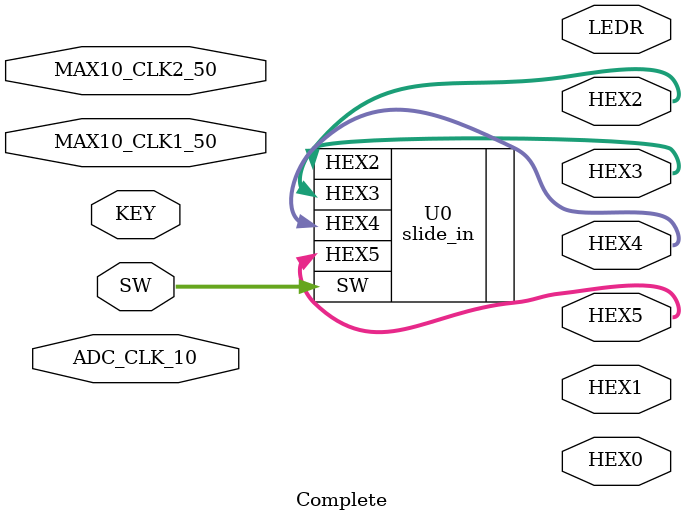
<source format=v>


module Complete(

	//////////// CLOCK //////////
	input 		          		ADC_CLK_10,
	input 		          		MAX10_CLK1_50,
	input 		          		MAX10_CLK2_50,

	//////////// SEG7 //////////
	output		     [7:0]		HEX0,
	output		     [7:0]		HEX1,
	output		     [7:0]		HEX2,
	output		     [7:0]		HEX3,
	output		     [7:0]		HEX4,
	output		     [7:0]		HEX5,

	//////////// KEY //////////
	input 		     [1:0]		KEY,

	//////////// LED //////////
	output		     [9:0]		LEDR,

	//////////// SW //////////
	input 		     [9:0]		SW
);



//=======================================================
//  REG/WIRE declarations
//=======================================================




//=======================================================
//  Structural coding
//=======================================================

slide_in U0(
	.SW (SW),
			.HEX2 (HEX2),
			.HEX3 (HEX3),
			.HEX4 (HEX4),
			.HEX5 (HEX5)
			);


endmodule

</source>
